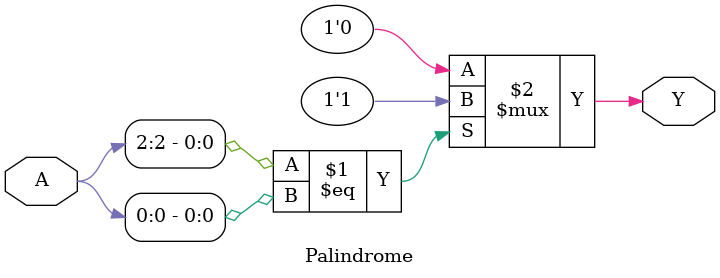
<source format=sv>
module Palindrome (A,Y);
 input[2:0] A;
 output Y;
 assign Y=(A[2]==A[0])? 1'b1:1'b0;
endmodule
</source>
